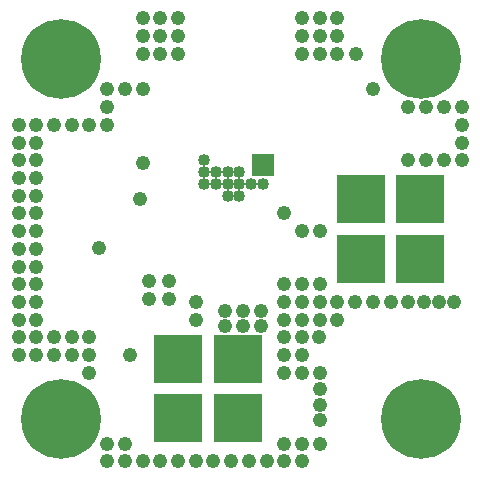
<source format=gbr>
G75*
G70*
%OFA0B0*%
%FSLAX24Y24*%
%IPPOS*%
%LPD*%
%AMOC8*
5,1,8,0,0,1.08239X$1,22.5*
%
%ADD10R,0.1620X0.1620*%
%ADD11C,0.2660*%
%ADD12R,0.0770X0.0770*%
%ADD13C,0.0398*%
%ADD14C,0.0477*%
D10*
X006354Y005307D03*
X006354Y007275D03*
X008354Y007275D03*
X008354Y005307D03*
X012448Y010606D03*
X012448Y012606D03*
X014417Y012606D03*
X014417Y010606D03*
D11*
X014448Y005275D03*
X014448Y017275D03*
X002448Y017275D03*
X002448Y005275D03*
D12*
X009189Y013748D03*
D13*
X009189Y013118D03*
X008795Y013118D03*
X008401Y013118D03*
X008401Y013511D03*
X008007Y013511D03*
X007614Y013511D03*
X007614Y013118D03*
X008007Y013118D03*
X008007Y012724D03*
X008401Y012724D03*
X007220Y013118D03*
X007220Y013511D03*
X007220Y013905D03*
D14*
X003992Y003866D03*
X004582Y003866D03*
X004582Y004456D03*
X003992Y004456D03*
X005173Y003866D03*
X005763Y003866D03*
X006354Y003866D03*
X006944Y003866D03*
X007535Y003866D03*
X008126Y003866D03*
X008716Y003866D03*
X009307Y003866D03*
X009897Y003866D03*
X009897Y004456D03*
X010488Y004456D03*
X010488Y003866D03*
X011078Y004456D03*
X011078Y005244D03*
X011078Y005756D03*
X011078Y006267D03*
X011078Y006819D03*
X010488Y006819D03*
X010488Y007409D03*
X010488Y008000D03*
X011039Y008000D03*
X011078Y008590D03*
X011078Y009181D03*
X010488Y009181D03*
X010488Y008590D03*
X009897Y008590D03*
X009897Y009181D03*
X009897Y009771D03*
X010488Y009771D03*
X011078Y009771D03*
X011669Y009181D03*
X011669Y008590D03*
X012259Y009181D03*
X012850Y009181D03*
X013441Y009181D03*
X014031Y009181D03*
X014543Y009181D03*
X015055Y009181D03*
X015567Y009181D03*
X015803Y013905D03*
X015803Y014496D03*
X015803Y015086D03*
X015803Y015677D03*
X015212Y015677D03*
X014622Y015677D03*
X014031Y015677D03*
X012850Y016267D03*
X012299Y017448D03*
X011669Y017448D03*
X011078Y017448D03*
X010488Y017448D03*
X010488Y018039D03*
X010488Y018630D03*
X011078Y018630D03*
X011078Y018039D03*
X011669Y018039D03*
X011669Y018630D03*
X014031Y013905D03*
X014622Y013905D03*
X015212Y013905D03*
X011078Y011543D03*
X010488Y011543D03*
X009897Y012133D03*
X006944Y009181D03*
X006944Y008590D03*
X007929Y008393D03*
X007929Y008885D03*
X008519Y008885D03*
X008519Y008393D03*
X009110Y008393D03*
X009110Y008885D03*
X009897Y008000D03*
X009897Y008000D03*
X009897Y007409D03*
X009897Y006819D03*
X006059Y009279D03*
X006059Y009870D03*
X005370Y009870D03*
X005370Y009279D03*
X003716Y010992D03*
X005094Y012606D03*
X005173Y013826D03*
X003992Y015086D03*
X003992Y015677D03*
X003992Y016267D03*
X004582Y016267D03*
X005173Y016267D03*
X005173Y017448D03*
X005763Y017448D03*
X006354Y017448D03*
X006354Y018039D03*
X006354Y018630D03*
X005763Y018630D03*
X005763Y018039D03*
X005173Y018039D03*
X005173Y018630D03*
X003401Y015086D03*
X002811Y015086D03*
X002220Y015086D03*
X001630Y015086D03*
X001630Y014496D03*
X001630Y013905D03*
X001630Y013315D03*
X001630Y012724D03*
X001630Y012133D03*
X001630Y011543D03*
X001630Y010952D03*
X001630Y010362D03*
X001630Y009771D03*
X001630Y009181D03*
X001630Y008590D03*
X001630Y008000D03*
X002220Y008000D03*
X002811Y008000D03*
X003401Y008000D03*
X003401Y007409D03*
X003401Y006819D03*
X002811Y007409D03*
X002220Y007409D03*
X001630Y007409D03*
X001039Y007409D03*
X001039Y008000D03*
X001039Y008590D03*
X001039Y009181D03*
X001039Y009771D03*
X001039Y010362D03*
X001039Y010952D03*
X001039Y011543D03*
X001039Y012133D03*
X001039Y012724D03*
X001039Y013315D03*
X001039Y013905D03*
X001039Y014496D03*
X001039Y015086D03*
X004740Y007409D03*
M02*

</source>
